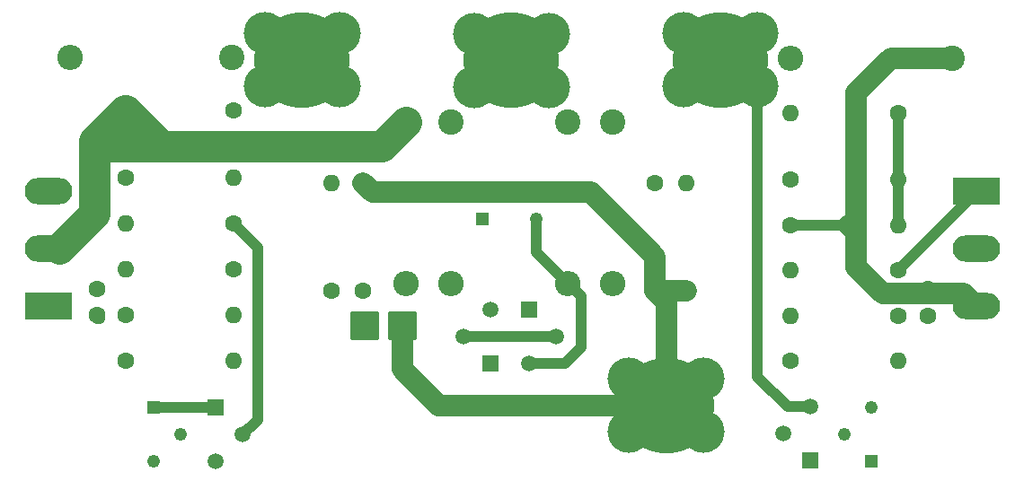
<source format=gbr>
%TF.GenerationSoftware,KiCad,Pcbnew,(6.0.0)*%
%TF.CreationDate,2022-07-31T18:03:17+01:00*%
%TF.ProjectId,PASS LABS F5,50415353-204c-4414-9253-2046352e6b69,rev?*%
%TF.SameCoordinates,Original*%
%TF.FileFunction,Copper,L2,Bot*%
%TF.FilePolarity,Positive*%
%FSLAX46Y46*%
G04 Gerber Fmt 4.6, Leading zero omitted, Abs format (unit mm)*
G04 Created by KiCad (PCBNEW (6.0.0)) date 2022-07-31 18:03:17*
%MOMM*%
%LPD*%
G01*
G04 APERTURE LIST*
G04 Aperture macros list*
%AMRoundRect*
0 Rectangle with rounded corners*
0 $1 Rounding radius*
0 $2 $3 $4 $5 $6 $7 $8 $9 X,Y pos of 4 corners*
0 Add a 4 corners polygon primitive as box body*
4,1,4,$2,$3,$4,$5,$6,$7,$8,$9,$2,$3,0*
0 Add four circle primitives for the rounded corners*
1,1,$1+$1,$2,$3*
1,1,$1+$1,$4,$5*
1,1,$1+$1,$6,$7*
1,1,$1+$1,$8,$9*
0 Add four rect primitives between the rounded corners*
20,1,$1+$1,$2,$3,$4,$5,0*
20,1,$1+$1,$4,$5,$6,$7,0*
20,1,$1+$1,$6,$7,$8,$9,0*
20,1,$1+$1,$8,$9,$2,$3,0*%
G04 Aperture macros list end*
%TA.AperFunction,ComponentPad*%
%ADD10C,9.000000*%
%TD*%
%TA.AperFunction,ComponentPad*%
%ADD11C,4.000000*%
%TD*%
%TA.AperFunction,ComponentPad*%
%ADD12R,1.500000X1.500000*%
%TD*%
%TA.AperFunction,ComponentPad*%
%ADD13C,1.500000*%
%TD*%
%TA.AperFunction,ComponentPad*%
%ADD14C,1.600000*%
%TD*%
%TA.AperFunction,ComponentPad*%
%ADD15O,1.600000X1.600000*%
%TD*%
%TA.AperFunction,ComponentPad*%
%ADD16RoundRect,0.250000X-1.125000X-1.125000X1.125000X-1.125000X1.125000X1.125000X-1.125000X1.125000X0*%
%TD*%
%TA.AperFunction,ComponentPad*%
%ADD17C,2.400000*%
%TD*%
%TA.AperFunction,ComponentPad*%
%ADD18O,2.400000X2.400000*%
%TD*%
%TA.AperFunction,ComponentPad*%
%ADD19R,1.222000X1.222000*%
%TD*%
%TA.AperFunction,ComponentPad*%
%ADD20C,1.222000*%
%TD*%
%TA.AperFunction,ComponentPad*%
%ADD21R,4.500000X2.500000*%
%TD*%
%TA.AperFunction,ComponentPad*%
%ADD22O,4.500000X2.500000*%
%TD*%
%TA.AperFunction,Conductor*%
%ADD23C,1.000000*%
%TD*%
%TA.AperFunction,Conductor*%
%ADD24C,3.000000*%
%TD*%
%TA.AperFunction,Conductor*%
%ADD25C,2.000000*%
%TD*%
G04 APERTURE END LIST*
D10*
%TO.P,J5,1,Pin_1*%
%TO.N,GND*%
X131434800Y-91541100D03*
D11*
X134945200Y-89001100D03*
X127934800Y-89001100D03*
X134945200Y-94004900D03*
X127934800Y-94004900D03*
%TD*%
D10*
%TO.P,J1,1,Pin_1*%
%TO.N,/+23V*%
X97117931Y-58911100D03*
D11*
X100628331Y-61374900D03*
X93617931Y-61374900D03*
X93617931Y-56371100D03*
X100628331Y-56371100D03*
%TD*%
D12*
%TO.P,Q4,1,C*%
%TO.N,Net-(P3-Pad1)*%
X144980000Y-96710000D03*
D13*
%TO.P,Q4,2,B*%
%TO.N,Net-(Q4-Pad2)*%
X142440000Y-94170000D03*
%TO.P,Q4,3,E*%
%TO.N,/-23V*%
X144980000Y-91630000D03*
%TD*%
D14*
%TO.P,R4,1*%
%TO.N,Net-(P1-Pad1)*%
X130350000Y-70544167D03*
D15*
%TO.P,R4,2*%
%TO.N,GND*%
X130350000Y-80704167D03*
%TD*%
D16*
%TO.P,GND,1,Pin_1*%
%TO.N,GND*%
X106546816Y-84008923D03*
%TD*%
D14*
%TO.P,R3,1*%
%TO.N,Net-(P2-Pad1)*%
X90640000Y-78677992D03*
D15*
%TO.P,R3,2*%
%TO.N,/+23V*%
X80480000Y-78677992D03*
%TD*%
D17*
%TO.P,R10,1*%
%TO.N,/SPKOUT*%
X122179752Y-64760000D03*
D18*
%TO.P,R10,2*%
%TO.N,Net-(P1-Pad3)*%
X122179752Y-80000000D03*
%TD*%
D14*
%TO.P,R1,1*%
%TO.N,Net-(J4-Pad1)*%
X102870000Y-80704167D03*
D15*
%TO.P,R1,2*%
%TO.N,GND*%
X102870000Y-70544167D03*
%TD*%
D17*
%TO.P,R21,1*%
%TO.N,/+23V*%
X90513432Y-58710000D03*
D18*
%TO.P,R21,2*%
%TO.N,/Q5_3*%
X75273432Y-58710000D03*
%TD*%
D14*
%TO.P,TH1,1*%
%TO.N,Net-(R15-Pad1)*%
X156060000Y-83030000D03*
%TO.P,TH1,2*%
%TO.N,/Q6_3*%
X156060000Y-80530000D03*
%TD*%
D17*
%TO.P,R22,1*%
%TO.N,/Q6_3*%
X158362097Y-58790000D03*
D18*
%TO.P,R22,2*%
%TO.N,/-23V*%
X143122097Y-58790000D03*
%TD*%
D19*
%TO.P,P1,1,1*%
%TO.N,Net-(P1-Pad1)*%
X114130000Y-73960000D03*
D20*
%TO.P,P1,2,2*%
%TO.N,GND*%
X116670000Y-71420000D03*
%TO.P,P1,3,3*%
%TO.N,Net-(P1-Pad3)*%
X119210000Y-73960000D03*
%TD*%
D12*
%TO.P,Q2,1,S*%
%TO.N,Net-(P3-Pad1)*%
X118490000Y-82475205D03*
D13*
%TO.P,Q2,2,G*%
%TO.N,/INPUT*%
X121030000Y-85015205D03*
%TO.P,Q2,3,D*%
%TO.N,Net-(P1-Pad3)*%
X118490000Y-87555205D03*
%TD*%
D14*
%TO.P,R16,1*%
%TO.N,Net-(Q4-Pad2)*%
X153270000Y-63940000D03*
D15*
%TO.P,R16,2*%
%TO.N,/-23V*%
X143110000Y-63940000D03*
%TD*%
D14*
%TO.P,R5,1*%
%TO.N,GND*%
X133360000Y-80704167D03*
D15*
%TO.P,R5,2*%
%TO.N,Net-(P1-Pad3)*%
X133360000Y-70544167D03*
%TD*%
D12*
%TO.P,Q3,1,C*%
%TO.N,Net-(P2-Pad1)*%
X88960000Y-91736439D03*
D13*
%TO.P,Q3,2,B*%
%TO.N,Net-(Q3-Pad2)*%
X91500000Y-94276439D03*
%TO.P,Q3,3,E*%
%TO.N,/+23V*%
X88960000Y-96816439D03*
%TD*%
D17*
%TO.P,R8,1*%
%TO.N,/SPKOUT*%
X106907820Y-64760000D03*
D18*
%TO.P,R8,2*%
%TO.N,Net-(P1-Pad1)*%
X106907820Y-80000000D03*
%TD*%
D14*
%TO.P,R14,1*%
%TO.N,Net-(R14-Pad1)*%
X80480000Y-83001463D03*
D15*
%TO.P,R14,2*%
%TO.N,Net-(P2-Pad1)*%
X90640000Y-83001463D03*
%TD*%
D14*
%TO.P,R2,1*%
%TO.N,/INPUT*%
X99850000Y-80704167D03*
D15*
%TO.P,R2,2*%
%TO.N,Net-(J4-Pad1)*%
X99850000Y-70544167D03*
%TD*%
D19*
%TO.P,P2,1,1*%
%TO.N,Net-(P2-Pad1)*%
X83110000Y-91666439D03*
D20*
%TO.P,P2,2,2*%
%TO.N,/+23V*%
X85650000Y-94206439D03*
%TO.P,P2,3,3*%
X83110000Y-96746439D03*
%TD*%
D21*
%TO.P,Q6,1,G*%
%TO.N,Net-(Q6-Pad1)*%
X160642908Y-71259143D03*
D22*
%TO.P,Q6,2,D*%
%TO.N,/SPKOUT*%
X160642908Y-76709143D03*
%TO.P,Q6,3,S*%
%TO.N,/Q6_3*%
X160642908Y-82159143D03*
%TD*%
D21*
%TO.P,Q5,1,G*%
%TO.N,Net-(Q5-Pad1)*%
X73190000Y-82159143D03*
D22*
%TO.P,Q5,2,D*%
%TO.N,/SPKOUT*%
X73190000Y-76709143D03*
%TO.P,Q5,3,S*%
%TO.N,/Q5_3*%
X73190000Y-71259143D03*
%TD*%
D16*
%TO.P,IN,1,Pin_1*%
%TO.N,Net-(J4-Pad1)*%
X102984332Y-84022966D03*
%TD*%
D17*
%TO.P,R9,1*%
%TO.N,/SPKOUT*%
X126375833Y-64760000D03*
D18*
%TO.P,R9,2*%
%TO.N,Net-(P1-Pad3)*%
X126375833Y-80000000D03*
%TD*%
D14*
%TO.P,R6,1*%
%TO.N,Net-(P3-Pad1)*%
X143107426Y-87317357D03*
D15*
%TO.P,R6,2*%
%TO.N,/-23V*%
X153267426Y-87317357D03*
%TD*%
D14*
%TO.P,R12,1*%
%TO.N,/SPKOUT*%
X143107426Y-70223471D03*
D15*
%TO.P,R12,2*%
%TO.N,Net-(Q4-Pad2)*%
X153267426Y-70223471D03*
%TD*%
D11*
%TO.P,J3,1,Pin_1*%
%TO.N,/SPKOUT*%
X113319600Y-56466200D03*
X120330000Y-56466200D03*
X113319600Y-61470000D03*
X120330000Y-61470000D03*
D10*
X116830000Y-58930000D03*
%TD*%
D14*
%TO.P,R19,1*%
%TO.N,/Q5_3*%
X80488607Y-70031050D03*
D15*
%TO.P,R19,2*%
%TO.N,Net-(Q3-Pad2)*%
X90648607Y-70031050D03*
%TD*%
D14*
%TO.P,R13,1*%
%TO.N,Net-(Q3-Pad2)*%
X90648607Y-74354521D03*
D15*
%TO.P,R13,2*%
%TO.N,/+23V*%
X80488607Y-74354521D03*
%TD*%
D14*
%TO.P,R11,1*%
%TO.N,Net-(Q3-Pad2)*%
X90651233Y-63700000D03*
D15*
%TO.P,R11,2*%
%TO.N,/SPKOUT*%
X80491233Y-63700000D03*
%TD*%
D14*
%TO.P,TH2,1*%
%TO.N,Net-(R14-Pad1)*%
X77800000Y-83000000D03*
%TO.P,TH2,2*%
%TO.N,/Q5_3*%
X77800000Y-80500000D03*
%TD*%
%TO.P,R15,1*%
%TO.N,Net-(R15-Pad1)*%
X153267426Y-83043884D03*
D15*
%TO.P,R15,2*%
%TO.N,Net-(P3-Pad1)*%
X143107426Y-83043884D03*
%TD*%
D12*
%TO.P,Q1,1,D*%
%TO.N,Net-(P2-Pad1)*%
X114890000Y-87515205D03*
D13*
%TO.P,Q1,2,G*%
%TO.N,/INPUT*%
X112350000Y-84975205D03*
%TO.P,Q1,3,S*%
%TO.N,Net-(P1-Pad1)*%
X114890000Y-82435205D03*
%TD*%
D11*
%TO.P,J2,1,Pin_1*%
%TO.N,/-23V*%
X133046470Y-56371100D03*
X133046470Y-61374900D03*
D10*
X136546470Y-58911100D03*
D11*
X140056870Y-56371100D03*
X140056870Y-61374900D03*
%TD*%
D14*
%TO.P,R20,1*%
%TO.N,/Q6_3*%
X143107426Y-74496942D03*
D15*
%TO.P,R20,2*%
%TO.N,Net-(Q4-Pad2)*%
X153267426Y-74496942D03*
%TD*%
D14*
%TO.P,R17,1*%
%TO.N,Net-(Q6-Pad1)*%
X153267426Y-78770413D03*
D15*
%TO.P,R17,2*%
%TO.N,Net-(P3-Pad1)*%
X143107426Y-78770413D03*
%TD*%
D19*
%TO.P,P3,1,1*%
%TO.N,Net-(P3-Pad1)*%
X150760000Y-96780000D03*
D20*
%TO.P,P3,2,2*%
X148220000Y-94240000D03*
%TO.P,P3,3,3*%
%TO.N,/-23V*%
X150760000Y-91700000D03*
%TD*%
D17*
%TO.P,R7,1*%
%TO.N,/SPKOUT*%
X111103902Y-64760000D03*
D18*
%TO.P,R7,2*%
%TO.N,Net-(P1-Pad1)*%
X111103902Y-80000000D03*
%TD*%
D14*
%TO.P,R18,1*%
%TO.N,Net-(Q5-Pad1)*%
X80488607Y-87324936D03*
D15*
%TO.P,R18,2*%
%TO.N,Net-(P2-Pad1)*%
X90648607Y-87324936D03*
%TD*%
D23*
%TO.N,/-23V*%
X142860000Y-91630000D02*
X144980000Y-91630000D01*
X140056870Y-88826870D02*
X140056870Y-61374900D01*
X142860000Y-91630000D02*
X140056870Y-88826870D01*
D24*
%TO.N,/SPKOUT*%
X104617820Y-67050000D02*
X84090000Y-67050000D01*
X84090000Y-67050000D02*
X79930000Y-67050000D01*
X78535003Y-67050000D02*
X77795003Y-66310000D01*
X77510000Y-73390000D02*
X77510000Y-66595003D01*
X106907820Y-64760000D02*
X104617820Y-67050000D01*
X77795003Y-66310000D02*
X77510000Y-66595003D01*
X79930000Y-67050000D02*
X78535003Y-67050000D01*
D25*
X80491233Y-66488767D02*
X79930000Y-67050000D01*
X83841233Y-67050000D02*
X84090000Y-67050000D01*
X80491233Y-63700000D02*
X80491233Y-66488767D01*
X73190000Y-76709143D02*
X74190857Y-76709143D01*
D24*
X77510000Y-66595003D02*
X80401181Y-63703822D01*
X80491233Y-63700000D02*
X83841233Y-67050000D01*
X74190857Y-76709143D02*
X77510000Y-73390000D01*
D25*
%TO.N,GND*%
X103745833Y-71420000D02*
X102870000Y-70544167D01*
X116670000Y-71420000D02*
X103745833Y-71420000D01*
X109991100Y-91541100D02*
X131434800Y-91541100D01*
X130350000Y-80704167D02*
X133360000Y-80704167D01*
X131434800Y-91541100D02*
X131434800Y-81788967D01*
X130350000Y-77460000D02*
X124310000Y-71420000D01*
X106546816Y-84008923D02*
X106546816Y-88096816D01*
X130350000Y-80704167D02*
X130350000Y-77460000D01*
X131434800Y-81788967D02*
X130350000Y-80704167D01*
X124310000Y-71420000D02*
X116670000Y-71420000D01*
X106546816Y-88096816D02*
X109991100Y-91541100D01*
D23*
%TO.N,Net-(P1-Pad3)*%
X123379752Y-86070248D02*
X123379752Y-81200000D01*
X119210000Y-77030248D02*
X122179752Y-80000000D01*
X123379752Y-81200000D02*
X122179752Y-80000000D01*
X121894795Y-87555205D02*
X123379752Y-86070248D01*
X119210000Y-73960000D02*
X119210000Y-77030248D01*
X118490000Y-87555205D02*
X121894795Y-87555205D01*
%TO.N,Net-(P2-Pad1)*%
X83110000Y-91666439D02*
X88890000Y-91666439D01*
X88890000Y-91666439D02*
X88960000Y-91736439D01*
%TO.N,/INPUT*%
X121030000Y-85015205D02*
X112390000Y-85015205D01*
%TO.N,Net-(Q3-Pad2)*%
X91500000Y-94276439D02*
X92823220Y-92953220D01*
X90648607Y-74354521D02*
X92900000Y-76605914D01*
X92900000Y-76605914D02*
X92900000Y-92876440D01*
X92900000Y-92876440D02*
X92823220Y-92953220D01*
%TO.N,Net-(Q4-Pad2)*%
X153270000Y-65947426D02*
X153270000Y-63940000D01*
X153267426Y-65950000D02*
X153267426Y-74496942D01*
D25*
%TO.N,Net-(Q6-Pad1)*%
X160642908Y-71259143D02*
X160642908Y-71394931D01*
D23*
X160642908Y-71394931D02*
X153267426Y-78770413D01*
%TO.N,/Q6_3*%
X143107426Y-74496942D02*
X148656942Y-74496942D01*
D25*
X148656942Y-74496942D02*
X149370000Y-75210000D01*
X149370000Y-78460000D02*
X149370000Y-75210000D01*
X152590000Y-58770000D02*
X149370000Y-61990000D01*
X158362097Y-58790000D02*
X152610000Y-58790000D01*
X151879924Y-80969924D02*
X149370000Y-78460000D01*
X159453689Y-80969924D02*
X151879924Y-80969924D01*
X152610000Y-58790000D02*
X152590000Y-58770000D01*
X160642908Y-82159143D02*
X159453689Y-80969924D01*
X149370000Y-61990000D02*
X149370000Y-75210000D01*
D23*
%TO.N,Net-(R14-Pad1)*%
X77997229Y-83290000D02*
X77810000Y-83290000D01*
%TD*%
M02*

</source>
